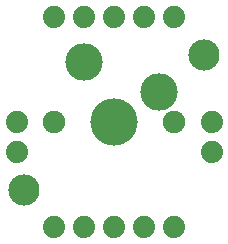
<source format=gbr>
G04 EAGLE Gerber RS-274X export*
G75*
%MOMM*%
%FSLAX34Y34*%
%LPD*%
%INSoldermask Bottom*%
%IPPOS*%
%AMOC8*
5,1,8,0,0,1.08239X$1,22.5*%
G01*
%ADD10C,2.641600*%
%ADD11C,4.001600*%
%ADD12C,3.165100*%
%ADD13C,1.915100*%
%ADD14C,1.879600*%


D10*
X171450Y152400D03*
X19050Y38100D03*
D11*
X95250Y95250D03*
D12*
X69850Y146050D03*
X133350Y120650D03*
D13*
X44450Y95250D03*
X146050Y95250D03*
D14*
X146050Y6350D03*
X120650Y6350D03*
X95250Y6350D03*
X69850Y6350D03*
X44450Y6350D03*
X146050Y184150D03*
X120650Y184150D03*
X95250Y184150D03*
X69850Y184150D03*
X44450Y184150D03*
X177800Y69850D03*
X177800Y95250D03*
X12700Y69850D03*
X12700Y95250D03*
M02*

</source>
